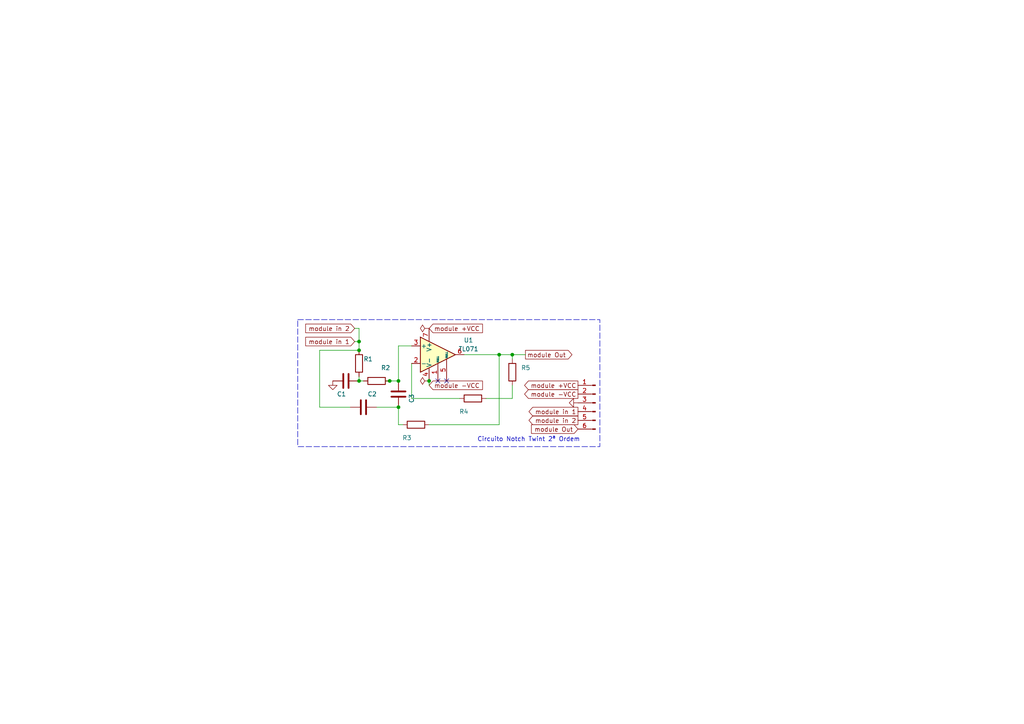
<source format=kicad_sch>
(kicad_sch (version 20230121) (generator eeschema)
  (paper "A4")
  (lib_symbols
    (symbol "Amplifier_Operational:TL071" (pin_names (offset 0.127))
      (property "Reference" "U" (at 0 6.35 0))
      (property "Value" "TL071" (at 0 3.81 0))
      (symbol "TL071_0_1"
        (polyline (pts (xy -5.08 5.08) (xy 5.08 0) (xy -5.08 -5.08) (xy -5.08 5.08)) (stroke (width 0.254)) (fill (type background)))
      )
      (symbol "TL071_1_1"
        (pin input line (at 0 -7.62 90) (length 5.08) (name "NULL") (number "1"))
        (pin input line (at -7.62 -2.54 0) (length 2.54) (name "-") (number "2"))
        (pin input line (at -7.62 2.54 0) (length 2.54) (name "+") (number "3"))
        (pin power_in line (at -2.54 -7.62 90) (length 3.81) (name "V-") (number "4"))
        (pin input line (at 2.54 -7.62 90) (length 6.35) (name "NULL") (number "5"))
        (pin output line (at 7.62 0 180) (length 2.54) (name "~") (number "6"))
        (pin power_in line (at -2.54 7.62 270) (length 3.81) (name "V+") (number "7"))
        (pin no_connect line (at 0 2.54 270) (length 2.54) hide (name "NC") (number "8"))
      )
    )
    (symbol "Connector:Conn_01x06_Pin" (pin_names (offset 1.016) hide)
      (property "Reference" "J" (at 0 7.62 0))
      (property "Value" "Conn_01x06_Pin" (at 0 -10.16 0))
      (symbol "Conn_01x06_Pin_1_1"
        (polyline (pts (xy 1.27 -7.62) (xy 0.8636 -7.62)) (stroke (width 0.1524)))
        (polyline (pts (xy 1.27 -5.08) (xy 0.8636 -5.08)) (stroke (width 0.1524)))
        (polyline (pts (xy 1.27 -2.54) (xy 0.8636 -2.54)) (stroke (width 0.1524)))
        (polyline (pts (xy 1.27 0) (xy 0.8636 0)) (stroke (width 0.1524)))
        (polyline (pts (xy 1.27 2.54) (xy 0.8636 2.54)) (stroke (width 0.1524)))
        (polyline (pts (xy 1.27 5.08) (xy 0.8636 5.08)) (stroke (width 0.1524)))
        (rectangle (start 0.8636 -7.493) (end 0 -7.747) (stroke (width 0.1524)) (fill (type outline)))
        (rectangle (start 0.8636 -4.953) (end 0 -5.207) (stroke (width 0.1524)) (fill (type outline)))
        (rectangle (start 0.8636 -2.413) (end 0 -2.667) (stroke (width 0.1524)) (fill (type outline)))
        (rectangle (start 0.8636 0.127) (end 0 -0.127) (stroke (width 0.1524)) (fill (type outline)))
        (rectangle (start 0.8636 2.667) (end 0 2.413) (stroke (width 0.1524)) (fill (type outline)))
        (rectangle (start 0.8636 5.207) (end 0 4.953) (stroke (width 0.1524)) (fill (type outline)))
        (pin passive line (at 5.08 5.08 180) (length 3.81) (name "Pin_1") (number "1"))
        (pin passive line (at 5.08 2.54 180) (length 3.81) (name "Pin_2") (number "2"))
        (pin passive line (at 5.08 0 180) (length 3.81) (name "Pin_3") (number "3"))
        (pin passive line (at 5.08 -2.54 180) (length 3.81) (name "Pin_4") (number "4"))
        (pin passive line (at 5.08 -5.08 180) (length 3.81) (name "Pin_5") (number "5"))
        (pin passive line (at 5.08 -7.62 180) (length 3.81) (name "Pin_6") (number "6"))
      )
    )
    (symbol "Device:C" (pin_numbers hide) (pin_names (offset 0.254))
      (property "Reference" "C" (at 0.635 2.54 0))
      (property "Value" "C" (at 0.635 -2.54 0))
      (symbol "C_0_1"
        (polyline (pts (xy -2.032 -0.762) (xy 2.032 -0.762)) (stroke (width 0.508)))
        (polyline (pts (xy -2.032 0.762) (xy 2.032 0.762)) (stroke (width 0.508)))
      )
      (symbol "C_1_1"
        (pin passive line (at 0 3.81 270) (length 2.794) (name "~") (number "1"))
        (pin passive line (at 0 -3.81 90) (length 2.794) (name "~") (number "2"))
      )
    )
    (symbol "Device:R" (pin_numbers hide) (pin_names (offset 0))
      (property "Reference" "R" (at 2.032 0 90))
      (property "Value" "R" (at 0 0 90))
      (symbol "R_0_1"
        (rectangle (start -1.016 2.54) (end 1.016 -2.54) (stroke (width 0.254)))
      )
      (symbol "R_1_1"
        (pin passive line (at 0 3.81 270) (length 1.27) (name "~") (number "1"))
        (pin passive line (at 0 -3.81 90) (length 1.27) (name "~") (number "2"))
      )
    )
    (symbol "power:GND" (power) (pin_names (offset 0))
      (property "Value" "GND" (at 0 -3.81 0))
      (symbol "GND_0_1"
        (polyline (pts (xy 0 0) (xy 0 -1.27) (xy 1.27 -1.27) (xy 0 -2.54) (xy -1.27 -1.27) (xy 0 -1.27)))
      )
      (symbol "GND_1_1"
        (pin power_in line (at 0 0 270) (length 0) hide (name "GND") (number "1"))
      )
    )
    (symbol "power:PWR_FLAG" (power) (pin_numbers hide) (pin_names (offset 0) hide)
      (property "Value" "PWR_FLAG" (at 0 3.81 0))
      (symbol "PWR_FLAG_0_0"
        (pin power_out line (at 0 0 90) (length 0) (name "pwr") (number "1"))
      )
      (symbol "PWR_FLAG_0_1"
        (polyline (pts (xy 0 0) (xy 0 1.27) (xy -1.016 1.905) (xy 0 2.54) (xy 1.016 1.905) (xy 0 1.27)))
      )
    )
  )
  (junction (at 104.14 110.49))
  (junction (at 104.14 101.6))
  (junction (at 124.46 110.49))
  (junction (at 144.78 102.87))
  (junction (at 115.57 118.11))
  (junction (at 113.03 110.49))
  (junction (at 148.59 102.87))
  (junction (at 115.57 110.49))
  (junction (at 104.14 99.06))
  (no_connect (at 129.54 110.49))
  (no_connect (at 127 110.49))
  (wire (pts (xy 124.46 123.19) (xy 144.78 123.19)))
  (wire (pts (xy 148.59 115.57) (xy 148.59 111.76)))
  (wire (pts (xy 104.14 95.25) (xy 104.14 99.06)))
  (wire (pts (xy 92.71 101.6) (xy 92.71 118.11)))
  (wire (pts (xy 119.38 115.57) (xy 119.38 105.41)))
  (wire (pts (xy 115.57 100.33) (xy 119.38 100.33)))
  (wire (pts (xy 104.14 110.49) (xy 105.41 110.49)))
  (wire (pts (xy 144.78 102.87) (xy 144.78 123.19)))
  (wire (pts (xy 115.57 118.11) (xy 115.57 123.19)))
  (wire (pts (xy 104.14 109.22) (xy 104.14 110.49)))
  (wire (pts (xy 116.84 123.19) (xy 115.57 123.19)))
  (wire (pts (xy 115.57 100.33) (xy 115.57 110.49)))
  (wire (pts (xy 113.03 110.49) (xy 115.57 110.49)))
  (wire (pts (xy 109.22 118.11) (xy 115.57 118.11)))
  (wire (pts (xy 102.87 99.06) (xy 104.14 99.06)))
  (wire (pts (xy 102.87 95.25) (xy 104.14 95.25)))
  (wire (pts (xy 104.14 99.06) (xy 104.14 101.6)))
  (wire (pts (xy 124.46 111.76) (xy 124.46 110.49)))
  (wire (pts (xy 144.78 102.87) (xy 148.59 102.87)))
  (wire (pts (xy 134.62 102.87) (xy 144.78 102.87)))
  (wire (pts (xy 111.76 110.49) (xy 113.03 110.49)))
  (wire (pts (xy 133.35 115.57) (xy 119.38 115.57)))
  (wire (pts (xy 92.71 118.11) (xy 101.6 118.11)))
  (wire (pts (xy 148.59 102.87) (xy 152.4 102.87)))
  (wire (pts (xy 148.59 102.87) (xy 148.59 104.14)))
  (wire (pts (xy 92.71 101.6) (xy 104.14 101.6)))
  (wire (pts (xy 140.97 115.57) (xy 148.59 115.57)))
  (rectangle (start 86.36 92.71) (end 173.99 129.54) (stroke (width 0) (type dash)))
  (text "Circuito Notch Twint 2ª Ordem" (at 138.43 128.27 0) (effects (font (size 1.27 1.27)) (justify left bottom)))
  (global_label "module -VCC" (shape input) (at 124.46 111.76 0) (property "Intersheetrefs" "${INTERSHEET_REFS}" (effects hide)))
  (global_label "module in 1" (shape output) (at 167.64 119.38 180) (property "Intersheetrefs" "${INTERSHEET_REFS}" (effects hide)))
  (global_label "module -VCC" (shape output) (at 167.64 114.3 180) (property "Intersheetrefs" "${INTERSHEET_REFS}" (effects hide)))
  (global_label "module Out" (shape input) (at 167.64 124.46 180) (property "Intersheetrefs" "${INTERSHEET_REFS}" (effects hide)))
  (global_label "module in 2" (shape input) (at 102.87 95.25 180) (property "Intersheetrefs" "${INTERSHEET_REFS}" (effects hide)))
  (global_label "module +VCC" (shape input) (at 124.46 95.25 0) (property "Intersheetrefs" "${INTERSHEET_REFS}" (effects hide)))
  (global_label "module in 1" (shape input) (at 102.87 99.06 180) (property "Intersheetrefs" "${INTERSHEET_REFS}" (effects hide)))
  (global_label "module Out" (shape output) (at 152.4 102.87 0) (property "Intersheetrefs" "${INTERSHEET_REFS}" (effects hide)))
  (global_label "module in 2" (shape output) (at 167.64 121.92 180) (property "Intersheetrefs" "${INTERSHEET_REFS}" (effects hide)))
  (global_label "module +VCC" (shape output) (at 167.64 111.76 180) (property "Intersheetrefs" "${INTERSHEET_REFS}" (effects hide)))
  (symbol (lib_id "Device:R") (at 137.16 115.57 90) (mirror x) (unit 1)
    (property "Reference" "R4" (at 135.89 119.38 90) (effects (justify left)))
    (property "Value" "R" (effects hide))
    (property "Footprint" "Resistor_THT:R_Axial_DIN0207_L6.3mm_D2.5mm_P7.62mm_Horizontal" (effects hide))
  )
  (symbol (lib_id "Connector:Conn_01x06_Pin") (at 172.72 116.84 0) (mirror y) (unit 1)
    (property "Reference" "J1" (effects hide))
    (property "Value" "Conn_01x06_Pin" (effects hide))
    (property "Footprint" "Connector_PinHeader_2.54mm:PinHeader_1x06_P2.54mm_Vertical" (effects hide))
  )
  (symbol (lib_id "Device:C") (at 100.33 110.49 90) (unit 1)
    (property "Reference" "C1" (at 99.06 114.3 90))
    (property "Value" "C" (effects hide))
  )
  (symbol (lib_id "power:GND") (at 167.64 116.84 270) (unit 1)
    (property "Reference" "#PWR02" (effects hide))
    (property "Value" "GND" (effects hide))
  )
  (symbol (lib_id "Device:R") (at 148.59 107.95 0) (unit 1)
    (property "Reference" "R5" (at 151.13 106.68 0) (effects (justify left)))
    (property "Value" "R" (effects hide))
    (property "Footprint" "Resistor_THT:R_Axial_DIN0207_L6.3mm_D2.5mm_P7.62mm_Horizontal" (effects hide))
  )
  (symbol (lib_id "Device:C") (at 115.57 114.3 180) (unit 1)
    (property "Reference" "C3" (at 119.38 115.57 90))
    (property "Value" "C" (effects hide))
  )
  (symbol (lib_id "power:GND") (at 96.52 110.49 0) (unit 1)
    (property "Reference" "#PWR01" (effects hide))
    (property "Value" "GND" (effects hide))
  )
  (symbol (lib_id "Device:R") (at 104.14 105.41 0) (unit 1)
    (property "Reference" "R1" (at 105.41 104.14 0) (effects (justify left)))
    (property "Value" "R" (effects hide))
    (property "Footprint" "Resistor_THT:R_Axial_DIN0207_L6.3mm_D2.5mm_P7.62mm_Horizontal" (effects hide))
  )
  (symbol (lib_id "power:PWR_FLAG") (at 124.46 95.25 90) (unit 1)
    (property "Reference" "#FLG01" (effects hide))
    (property "Value" "PWR_FLAG" (effects hide))
  )
  (symbol (lib_id "Amplifier_Operational:TL071") (at 127 102.87 0) (unit 1)
    (property "Reference" "U1" (at 135.89 98.6791 0))
    (property "Value" "TL071" (at 135.89 101.2191 0))
    (property "Footprint" "Package_DIP:DIP-8_W7.62mm_Socket" (effects hide))
    (property "Datasheet" "http://www.ti.com/lit/ds/symlink/tl071.pdf" (effects hide))
  )
  (symbol (lib_id "Device:R") (at 109.22 110.49 270) (mirror x) (unit 1)
    (property "Reference" "R2" (at 110.49 106.68 90) (effects (justify left)))
    (property "Value" "R" (effects hide))
    (property "Footprint" "Resistor_THT:R_Axial_DIN0207_L6.3mm_D2.5mm_P7.62mm_Horizontal" (effects hide))
  )
  (symbol (lib_id "power:PWR_FLAG") (at 124.46 110.49 90) (unit 1)
    (property "Reference" "#FLG02" (effects hide))
    (property "Value" "PWR_FLAG" (effects hide))
  )
  (symbol (lib_id "Device:R") (at 120.65 123.19 90) (mirror x) (unit 1)
    (property "Reference" "R3" (at 119.38 127 90) (effects (justify left)))
    (property "Value" "R" (effects hide))
    (property "Footprint" "Resistor_THT:R_Axial_DIN0207_L6.3mm_D2.5mm_P7.62mm_Horizontal" (effects hide))
  )
  (symbol (lib_id "Device:C") (at 105.41 118.11 270) (unit 1)
    (property "Reference" "C2" (at 107.95 114.3 90))
    (property "Value" "C" (effects hide))
  )
)
</source>
